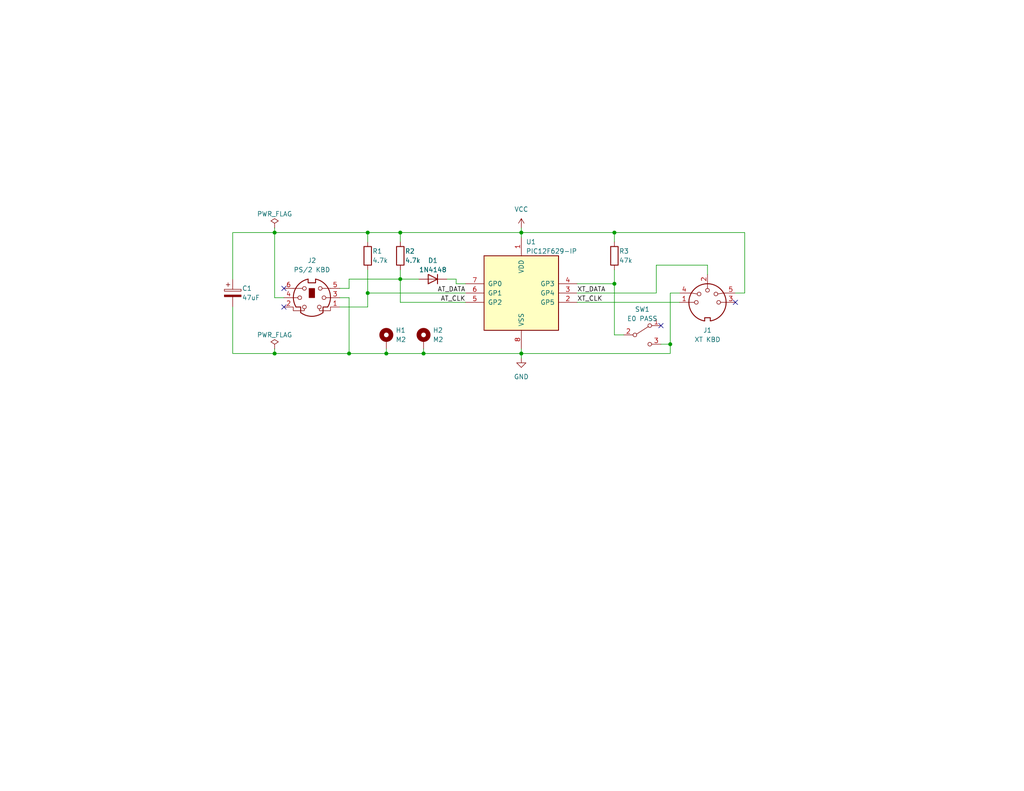
<source format=kicad_sch>
(kicad_sch (version 20211123) (generator eeschema)

  (uuid e63e39d7-6ac0-4ffd-8aa3-1841a4541b55)

  (paper "USLetter")

  (title_block
    (title "PS/2 to XT Keyboard Converter")
    (date "2025-12-01")
    (company "Sergey Kiselev")
    (comment 1 "Based on work of Charles P. Guzis")
  )

  (lib_symbols
    (symbol "Connector:DIN-5_180degree" (pin_names (offset 1.016)) (in_bom yes) (on_board yes)
      (property "Reference" "J" (id 0) (at 3.175 5.715 0)
        (effects (font (size 1.27 1.27)))
      )
      (property "Value" "DIN-5_180degree" (id 1) (at 0 -6.35 0)
        (effects (font (size 1.27 1.27)))
      )
      (property "Footprint" "" (id 2) (at 0 0 0)
        (effects (font (size 1.27 1.27)) hide)
      )
      (property "Datasheet" "http://www.mouser.com/ds/2/18/40_c091_abd_e-75918.pdf" (id 3) (at 0 0 0)
        (effects (font (size 1.27 1.27)) hide)
      )
      (property "ki_keywords" "circular DIN connector stereo audio" (id 4) (at 0 0 0)
        (effects (font (size 1.27 1.27)) hide)
      )
      (property "ki_description" "5-pin DIN connector (5-pin DIN-5 stereo)" (id 5) (at 0 0 0)
        (effects (font (size 1.27 1.27)) hide)
      )
      (property "ki_fp_filters" "DIN*" (id 6) (at 0 0 0)
        (effects (font (size 1.27 1.27)) hide)
      )
      (symbol "DIN-5_180degree_0_1"
        (arc (start -5.08 0) (mid -3.8597 -3.3379) (end -0.762 -5.08)
          (stroke (width 0.254) (type default) (color 0 0 0 0))
          (fill (type none))
        )
        (circle (center -3.048 0) (radius 0.508)
          (stroke (width 0) (type default) (color 0 0 0 0))
          (fill (type none))
        )
        (circle (center -2.286 2.286) (radius 0.508)
          (stroke (width 0) (type default) (color 0 0 0 0))
          (fill (type none))
        )
        (polyline
          (pts
            (xy -5.08 0)
            (xy -3.556 0)
          )
          (stroke (width 0) (type default) (color 0 0 0 0))
          (fill (type none))
        )
        (polyline
          (pts
            (xy 0 5.08)
            (xy 0 3.81)
          )
          (stroke (width 0) (type default) (color 0 0 0 0))
          (fill (type none))
        )
        (polyline
          (pts
            (xy 5.08 0)
            (xy 3.556 0)
          )
          (stroke (width 0) (type default) (color 0 0 0 0))
          (fill (type none))
        )
        (polyline
          (pts
            (xy -5.08 2.54)
            (xy -4.318 2.54)
            (xy -2.794 2.286)
          )
          (stroke (width 0) (type default) (color 0 0 0 0))
          (fill (type none))
        )
        (polyline
          (pts
            (xy 5.08 2.54)
            (xy 4.318 2.54)
            (xy 2.794 2.286)
          )
          (stroke (width 0) (type default) (color 0 0 0 0))
          (fill (type none))
        )
        (polyline
          (pts
            (xy -0.762 -4.953)
            (xy -0.762 -4.191)
            (xy 0.762 -4.191)
            (xy 0.762 -4.953)
          )
          (stroke (width 0.254) (type default) (color 0 0 0 0))
          (fill (type none))
        )
        (circle (center 0 3.302) (radius 0.508)
          (stroke (width 0) (type default) (color 0 0 0 0))
          (fill (type none))
        )
        (arc (start 0.762 -5.08) (mid 3.8673 -3.3444) (end 5.08 0)
          (stroke (width 0.254) (type default) (color 0 0 0 0))
          (fill (type none))
        )
        (circle (center 2.286 2.286) (radius 0.508)
          (stroke (width 0) (type default) (color 0 0 0 0))
          (fill (type none))
        )
        (circle (center 3.048 0) (radius 0.508)
          (stroke (width 0) (type default) (color 0 0 0 0))
          (fill (type none))
        )
        (arc (start 5.08 0) (mid 0 5.08) (end -5.08 0)
          (stroke (width 0.254) (type default) (color 0 0 0 0))
          (fill (type none))
        )
      )
      (symbol "DIN-5_180degree_1_1"
        (pin passive line (at -7.62 0 0) (length 2.54)
          (name "~" (effects (font (size 1.27 1.27))))
          (number "1" (effects (font (size 1.27 1.27))))
        )
        (pin passive line (at 0 7.62 270) (length 2.54)
          (name "~" (effects (font (size 1.27 1.27))))
          (number "2" (effects (font (size 1.27 1.27))))
        )
        (pin passive line (at 7.62 0 180) (length 2.54)
          (name "~" (effects (font (size 1.27 1.27))))
          (number "3" (effects (font (size 1.27 1.27))))
        )
        (pin passive line (at -7.62 2.54 0) (length 2.54)
          (name "~" (effects (font (size 1.27 1.27))))
          (number "4" (effects (font (size 1.27 1.27))))
        )
        (pin passive line (at 7.62 2.54 180) (length 2.54)
          (name "~" (effects (font (size 1.27 1.27))))
          (number "5" (effects (font (size 1.27 1.27))))
        )
      )
    )
    (symbol "Connector:Mini-DIN-6" (pin_names (offset 1.016)) (in_bom yes) (on_board yes)
      (property "Reference" "J" (id 0) (at 0 6.35 0)
        (effects (font (size 1.27 1.27)))
      )
      (property "Value" "Mini-DIN-6" (id 1) (at 0 -6.35 0)
        (effects (font (size 1.27 1.27)))
      )
      (property "Footprint" "" (id 2) (at 0 0 0)
        (effects (font (size 1.27 1.27)) hide)
      )
      (property "Datasheet" "http://service.powerdynamics.com/ec/Catalog17/Section%2011.pdf" (id 3) (at 0 0 0)
        (effects (font (size 1.27 1.27)) hide)
      )
      (property "ki_keywords" "Mini-DIN" (id 4) (at 0 0 0)
        (effects (font (size 1.27 1.27)) hide)
      )
      (property "ki_description" "6-pin Mini-DIN connector" (id 5) (at 0 0 0)
        (effects (font (size 1.27 1.27)) hide)
      )
      (property "ki_fp_filters" "MINI?DIN*" (id 6) (at 0 0 0)
        (effects (font (size 1.27 1.27)) hide)
      )
      (symbol "Mini-DIN-6_0_1"
        (circle (center -3.302 0) (radius 0.508)
          (stroke (width 0) (type default) (color 0 0 0 0))
          (fill (type none))
        )
        (arc (start -3.048 -4.064) (mid 0 -5.08) (end 3.048 -4.064)
          (stroke (width 0.254) (type default) (color 0 0 0 0))
          (fill (type none))
        )
        (circle (center -2.032 -2.54) (radius 0.508)
          (stroke (width 0) (type default) (color 0 0 0 0))
          (fill (type none))
        )
        (circle (center -2.032 2.54) (radius 0.508)
          (stroke (width 0) (type default) (color 0 0 0 0))
          (fill (type none))
        )
        (arc (start -1.016 5.08) (mid -4.6243 2.1182) (end -4.318 -2.54)
          (stroke (width 0.254) (type default) (color 0 0 0 0))
          (fill (type none))
        )
        (rectangle (start -0.762 2.54) (end 0.762 0)
          (stroke (width 0) (type default) (color 0 0 0 0))
          (fill (type outline))
        )
        (polyline
          (pts
            (xy -3.81 0)
            (xy -5.08 0)
          )
          (stroke (width 0) (type default) (color 0 0 0 0))
          (fill (type none))
        )
        (polyline
          (pts
            (xy -2.54 2.54)
            (xy -5.08 2.54)
          )
          (stroke (width 0) (type default) (color 0 0 0 0))
          (fill (type none))
        )
        (polyline
          (pts
            (xy 2.794 2.54)
            (xy 5.08 2.54)
          )
          (stroke (width 0) (type default) (color 0 0 0 0))
          (fill (type none))
        )
        (polyline
          (pts
            (xy 5.08 0)
            (xy 3.81 0)
          )
          (stroke (width 0) (type default) (color 0 0 0 0))
          (fill (type none))
        )
        (polyline
          (pts
            (xy -4.318 -2.54)
            (xy -3.048 -2.54)
            (xy -3.048 -4.064)
          )
          (stroke (width 0.254) (type default) (color 0 0 0 0))
          (fill (type none))
        )
        (polyline
          (pts
            (xy 4.318 -2.54)
            (xy 3.048 -2.54)
            (xy 3.048 -4.064)
          )
          (stroke (width 0.254) (type default) (color 0 0 0 0))
          (fill (type none))
        )
        (polyline
          (pts
            (xy -2.032 -3.048)
            (xy -2.032 -3.556)
            (xy -5.08 -3.556)
            (xy -5.08 -2.54)
          )
          (stroke (width 0) (type default) (color 0 0 0 0))
          (fill (type none))
        )
        (polyline
          (pts
            (xy -1.016 5.08)
            (xy -1.016 4.064)
            (xy 1.016 4.064)
            (xy 1.016 5.08)
          )
          (stroke (width 0.254) (type default) (color 0 0 0 0))
          (fill (type none))
        )
        (polyline
          (pts
            (xy 2.032 -3.048)
            (xy 2.032 -3.556)
            (xy 5.08 -3.556)
            (xy 5.08 -2.54)
          )
          (stroke (width 0) (type default) (color 0 0 0 0))
          (fill (type none))
        )
        (circle (center 2.032 -2.54) (radius 0.508)
          (stroke (width 0) (type default) (color 0 0 0 0))
          (fill (type none))
        )
        (circle (center 2.286 2.54) (radius 0.508)
          (stroke (width 0) (type default) (color 0 0 0 0))
          (fill (type none))
        )
        (circle (center 3.302 0) (radius 0.508)
          (stroke (width 0) (type default) (color 0 0 0 0))
          (fill (type none))
        )
        (arc (start 4.318 -2.54) (mid 4.6646 2.1357) (end 1.016 5.08)
          (stroke (width 0.254) (type default) (color 0 0 0 0))
          (fill (type none))
        )
      )
      (symbol "Mini-DIN-6_1_1"
        (pin passive line (at 7.62 -2.54 180) (length 2.54)
          (name "~" (effects (font (size 1.27 1.27))))
          (number "1" (effects (font (size 1.27 1.27))))
        )
        (pin passive line (at -7.62 -2.54 0) (length 2.54)
          (name "~" (effects (font (size 1.27 1.27))))
          (number "2" (effects (font (size 1.27 1.27))))
        )
        (pin passive line (at 7.62 0 180) (length 2.54)
          (name "~" (effects (font (size 1.27 1.27))))
          (number "3" (effects (font (size 1.27 1.27))))
        )
        (pin passive line (at -7.62 0 0) (length 2.54)
          (name "~" (effects (font (size 1.27 1.27))))
          (number "4" (effects (font (size 1.27 1.27))))
        )
        (pin passive line (at 7.62 2.54 180) (length 2.54)
          (name "~" (effects (font (size 1.27 1.27))))
          (number "5" (effects (font (size 1.27 1.27))))
        )
        (pin passive line (at -7.62 2.54 0) (length 2.54)
          (name "~" (effects (font (size 1.27 1.27))))
          (number "6" (effects (font (size 1.27 1.27))))
        )
      )
    )
    (symbol "Device:C_Polarized" (pin_numbers hide) (pin_names (offset 0.254)) (in_bom yes) (on_board yes)
      (property "Reference" "C" (id 0) (at 0.635 2.54 0)
        (effects (font (size 1.27 1.27)) (justify left))
      )
      (property "Value" "C_Polarized" (id 1) (at 0.635 -2.54 0)
        (effects (font (size 1.27 1.27)) (justify left))
      )
      (property "Footprint" "" (id 2) (at 0.9652 -3.81 0)
        (effects (font (size 1.27 1.27)) hide)
      )
      (property "Datasheet" "~" (id 3) (at 0 0 0)
        (effects (font (size 1.27 1.27)) hide)
      )
      (property "ki_keywords" "cap capacitor" (id 4) (at 0 0 0)
        (effects (font (size 1.27 1.27)) hide)
      )
      (property "ki_description" "Polarized capacitor" (id 5) (at 0 0 0)
        (effects (font (size 1.27 1.27)) hide)
      )
      (property "ki_fp_filters" "CP_*" (id 6) (at 0 0 0)
        (effects (font (size 1.27 1.27)) hide)
      )
      (symbol "C_Polarized_0_1"
        (rectangle (start -2.286 0.508) (end 2.286 1.016)
          (stroke (width 0) (type default) (color 0 0 0 0))
          (fill (type none))
        )
        (polyline
          (pts
            (xy -1.778 2.286)
            (xy -0.762 2.286)
          )
          (stroke (width 0) (type default) (color 0 0 0 0))
          (fill (type none))
        )
        (polyline
          (pts
            (xy -1.27 2.794)
            (xy -1.27 1.778)
          )
          (stroke (width 0) (type default) (color 0 0 0 0))
          (fill (type none))
        )
        (rectangle (start 2.286 -0.508) (end -2.286 -1.016)
          (stroke (width 0) (type default) (color 0 0 0 0))
          (fill (type outline))
        )
      )
      (symbol "C_Polarized_1_1"
        (pin passive line (at 0 3.81 270) (length 2.794)
          (name "~" (effects (font (size 1.27 1.27))))
          (number "1" (effects (font (size 1.27 1.27))))
        )
        (pin passive line (at 0 -3.81 90) (length 2.794)
          (name "~" (effects (font (size 1.27 1.27))))
          (number "2" (effects (font (size 1.27 1.27))))
        )
      )
    )
    (symbol "Device:R" (pin_numbers hide) (pin_names (offset 0)) (in_bom yes) (on_board yes)
      (property "Reference" "R" (id 0) (at 2.032 0 90)
        (effects (font (size 1.27 1.27)))
      )
      (property "Value" "R" (id 1) (at 0 0 90)
        (effects (font (size 1.27 1.27)))
      )
      (property "Footprint" "" (id 2) (at -1.778 0 90)
        (effects (font (size 1.27 1.27)) hide)
      )
      (property "Datasheet" "~" (id 3) (at 0 0 0)
        (effects (font (size 1.27 1.27)) hide)
      )
      (property "ki_keywords" "R res resistor" (id 4) (at 0 0 0)
        (effects (font (size 1.27 1.27)) hide)
      )
      (property "ki_description" "Resistor" (id 5) (at 0 0 0)
        (effects (font (size 1.27 1.27)) hide)
      )
      (property "ki_fp_filters" "R_*" (id 6) (at 0 0 0)
        (effects (font (size 1.27 1.27)) hide)
      )
      (symbol "R_0_1"
        (rectangle (start -1.016 -2.54) (end 1.016 2.54)
          (stroke (width 0.254) (type default) (color 0 0 0 0))
          (fill (type none))
        )
      )
      (symbol "R_1_1"
        (pin passive line (at 0 3.81 270) (length 1.27)
          (name "~" (effects (font (size 1.27 1.27))))
          (number "1" (effects (font (size 1.27 1.27))))
        )
        (pin passive line (at 0 -3.81 90) (length 1.27)
          (name "~" (effects (font (size 1.27 1.27))))
          (number "2" (effects (font (size 1.27 1.27))))
        )
      )
    )
    (symbol "Diode:1N4148" (pin_numbers hide) (pin_names (offset 1.016) hide) (in_bom yes) (on_board yes)
      (property "Reference" "D" (id 0) (at 0 2.54 0)
        (effects (font (size 1.27 1.27)))
      )
      (property "Value" "1N4148" (id 1) (at 0 -2.54 0)
        (effects (font (size 1.27 1.27)))
      )
      (property "Footprint" "Diode_THT:D_DO-35_SOD27_P7.62mm_Horizontal" (id 2) (at 0 -4.445 0)
        (effects (font (size 1.27 1.27)) hide)
      )
      (property "Datasheet" "https://assets.nexperia.com/documents/data-sheet/1N4148_1N4448.pdf" (id 3) (at 0 0 0)
        (effects (font (size 1.27 1.27)) hide)
      )
      (property "ki_keywords" "diode" (id 4) (at 0 0 0)
        (effects (font (size 1.27 1.27)) hide)
      )
      (property "ki_description" "100V 0.15A standard switching diode, DO-35" (id 5) (at 0 0 0)
        (effects (font (size 1.27 1.27)) hide)
      )
      (property "ki_fp_filters" "D*DO?35*" (id 6) (at 0 0 0)
        (effects (font (size 1.27 1.27)) hide)
      )
      (symbol "1N4148_0_1"
        (polyline
          (pts
            (xy -1.27 1.27)
            (xy -1.27 -1.27)
          )
          (stroke (width 0.254) (type default) (color 0 0 0 0))
          (fill (type none))
        )
        (polyline
          (pts
            (xy 1.27 0)
            (xy -1.27 0)
          )
          (stroke (width 0) (type default) (color 0 0 0 0))
          (fill (type none))
        )
        (polyline
          (pts
            (xy 1.27 1.27)
            (xy 1.27 -1.27)
            (xy -1.27 0)
            (xy 1.27 1.27)
          )
          (stroke (width 0.254) (type default) (color 0 0 0 0))
          (fill (type none))
        )
      )
      (symbol "1N4148_1_1"
        (pin passive line (at -3.81 0 0) (length 2.54)
          (name "K" (effects (font (size 1.27 1.27))))
          (number "1" (effects (font (size 1.27 1.27))))
        )
        (pin passive line (at 3.81 0 180) (length 2.54)
          (name "A" (effects (font (size 1.27 1.27))))
          (number "2" (effects (font (size 1.27 1.27))))
        )
      )
    )
    (symbol "MCU_Microchip_PIC12:PIC12F629-IP" (pin_names (offset 1.016)) (in_bom yes) (on_board yes)
      (property "Reference" "U" (id 0) (at 1.27 13.97 0)
        (effects (font (size 1.27 1.27)) (justify left))
      )
      (property "Value" "PIC12F629-IP" (id 1) (at 1.27 11.43 0)
        (effects (font (size 1.27 1.27)) (justify left))
      )
      (property "Footprint" "Package_DIP:DIP-8_W7.62mm" (id 2) (at 15.24 16.51 0)
        (effects (font (size 1.27 1.27)) hide)
      )
      (property "Datasheet" "http://ww1.microchip.com/downloads/en/DeviceDoc/41190G.pdf" (id 3) (at 0 0 0)
        (effects (font (size 1.27 1.27)) hide)
      )
      (property "ki_keywords" "FLASH-Based 8-Bit CMOS Microcontroller" (id 4) (at 0 0 0)
        (effects (font (size 1.27 1.27)) hide)
      )
      (property "ki_description" "1024W Flash, 64B SRAM, 128B EEPROM, PDIP8" (id 5) (at 0 0 0)
        (effects (font (size 1.27 1.27)) hide)
      )
      (property "ki_fp_filters" "DIP*W7.62mm*" (id 6) (at 0 0 0)
        (effects (font (size 1.27 1.27)) hide)
      )
      (symbol "PIC12F629-IP_0_1"
        (rectangle (start 10.16 -10.16) (end -10.16 10.16)
          (stroke (width 0.254) (type default) (color 0 0 0 0))
          (fill (type background))
        )
      )
      (symbol "PIC12F629-IP_1_1"
        (pin power_in line (at 0 15.24 270) (length 5.08)
          (name "VDD" (effects (font (size 1.27 1.27))))
          (number "1" (effects (font (size 1.27 1.27))))
        )
        (pin bidirectional line (at 15.24 -2.54 180) (length 5.08)
          (name "GP5" (effects (font (size 1.27 1.27))))
          (number "2" (effects (font (size 1.27 1.27))))
        )
        (pin bidirectional line (at 15.24 0 180) (length 5.08)
          (name "GP4" (effects (font (size 1.27 1.27))))
          (number "3" (effects (font (size 1.27 1.27))))
        )
        (pin input line (at 15.24 2.54 180) (length 5.08)
          (name "GP3" (effects (font (size 1.27 1.27))))
          (number "4" (effects (font (size 1.27 1.27))))
        )
        (pin bidirectional line (at -15.24 -2.54 0) (length 5.08)
          (name "GP2" (effects (font (size 1.27 1.27))))
          (number "5" (effects (font (size 1.27 1.27))))
        )
        (pin bidirectional line (at -15.24 0 0) (length 5.08)
          (name "GP1" (effects (font (size 1.27 1.27))))
          (number "6" (effects (font (size 1.27 1.27))))
        )
        (pin bidirectional line (at -15.24 2.54 0) (length 5.08)
          (name "GP0" (effects (font (size 1.27 1.27))))
          (number "7" (effects (font (size 1.27 1.27))))
        )
        (pin power_in line (at 0 -15.24 90) (length 5.08)
          (name "VSS" (effects (font (size 1.27 1.27))))
          (number "8" (effects (font (size 1.27 1.27))))
        )
      )
    )
    (symbol "Mechanical:MountingHole_Pad" (pin_numbers hide) (pin_names (offset 1.016) hide) (in_bom yes) (on_board yes)
      (property "Reference" "H" (id 0) (at 0 6.35 0)
        (effects (font (size 1.27 1.27)))
      )
      (property "Value" "MountingHole_Pad" (id 1) (at 0 4.445 0)
        (effects (font (size 1.27 1.27)))
      )
      (property "Footprint" "" (id 2) (at 0 0 0)
        (effects (font (size 1.27 1.27)) hide)
      )
      (property "Datasheet" "~" (id 3) (at 0 0 0)
        (effects (font (size 1.27 1.27)) hide)
      )
      (property "ki_keywords" "mounting hole" (id 4) (at 0 0 0)
        (effects (font (size 1.27 1.27)) hide)
      )
      (property "ki_description" "Mounting Hole with connection" (id 5) (at 0 0 0)
        (effects (font (size 1.27 1.27)) hide)
      )
      (property "ki_fp_filters" "MountingHole*Pad*" (id 6) (at 0 0 0)
        (effects (font (size 1.27 1.27)) hide)
      )
      (symbol "MountingHole_Pad_0_1"
        (circle (center 0 1.27) (radius 1.27)
          (stroke (width 1.27) (type default) (color 0 0 0 0))
          (fill (type none))
        )
      )
      (symbol "MountingHole_Pad_1_1"
        (pin input line (at 0 -2.54 90) (length 2.54)
          (name "1" (effects (font (size 1.27 1.27))))
          (number "1" (effects (font (size 1.27 1.27))))
        )
      )
    )
    (symbol "Switch:SW_SPDT" (pin_names (offset 0) hide) (in_bom yes) (on_board yes)
      (property "Reference" "SW" (id 0) (at 0 4.318 0)
        (effects (font (size 1.27 1.27)))
      )
      (property "Value" "SW_SPDT" (id 1) (at 0 -5.08 0)
        (effects (font (size 1.27 1.27)))
      )
      (property "Footprint" "" (id 2) (at 0 0 0)
        (effects (font (size 1.27 1.27)) hide)
      )
      (property "Datasheet" "~" (id 3) (at 0 0 0)
        (effects (font (size 1.27 1.27)) hide)
      )
      (property "ki_keywords" "switch single-pole double-throw spdt ON-ON" (id 4) (at 0 0 0)
        (effects (font (size 1.27 1.27)) hide)
      )
      (property "ki_description" "Switch, single pole double throw" (id 5) (at 0 0 0)
        (effects (font (size 1.27 1.27)) hide)
      )
      (symbol "SW_SPDT_0_0"
        (circle (center -2.032 0) (radius 0.508)
          (stroke (width 0) (type default) (color 0 0 0 0))
          (fill (type none))
        )
        (circle (center 2.032 -2.54) (radius 0.508)
          (stroke (width 0) (type default) (color 0 0 0 0))
          (fill (type none))
        )
      )
      (symbol "SW_SPDT_0_1"
        (polyline
          (pts
            (xy -1.524 0.254)
            (xy 1.651 2.286)
          )
          (stroke (width 0) (type default) (color 0 0 0 0))
          (fill (type none))
        )
        (circle (center 2.032 2.54) (radius 0.508)
          (stroke (width 0) (type default) (color 0 0 0 0))
          (fill (type none))
        )
      )
      (symbol "SW_SPDT_1_1"
        (pin passive line (at 5.08 2.54 180) (length 2.54)
          (name "A" (effects (font (size 1.27 1.27))))
          (number "1" (effects (font (size 1.27 1.27))))
        )
        (pin passive line (at -5.08 0 0) (length 2.54)
          (name "B" (effects (font (size 1.27 1.27))))
          (number "2" (effects (font (size 1.27 1.27))))
        )
        (pin passive line (at 5.08 -2.54 180) (length 2.54)
          (name "C" (effects (font (size 1.27 1.27))))
          (number "3" (effects (font (size 1.27 1.27))))
        )
      )
    )
    (symbol "power:GND" (power) (pin_names (offset 0)) (in_bom yes) (on_board yes)
      (property "Reference" "#PWR" (id 0) (at 0 -6.35 0)
        (effects (font (size 1.27 1.27)) hide)
      )
      (property "Value" "GND" (id 1) (at 0 -3.81 0)
        (effects (font (size 1.27 1.27)))
      )
      (property "Footprint" "" (id 2) (at 0 0 0)
        (effects (font (size 1.27 1.27)) hide)
      )
      (property "Datasheet" "" (id 3) (at 0 0 0)
        (effects (font (size 1.27 1.27)) hide)
      )
      (property "ki_keywords" "power-flag" (id 4) (at 0 0 0)
        (effects (font (size 1.27 1.27)) hide)
      )
      (property "ki_description" "Power symbol creates a global label with name \"GND\" , ground" (id 5) (at 0 0 0)
        (effects (font (size 1.27 1.27)) hide)
      )
      (symbol "GND_0_1"
        (polyline
          (pts
            (xy 0 0)
            (xy 0 -1.27)
            (xy 1.27 -1.27)
            (xy 0 -2.54)
            (xy -1.27 -1.27)
            (xy 0 -1.27)
          )
          (stroke (width 0) (type default) (color 0 0 0 0))
          (fill (type none))
        )
      )
      (symbol "GND_1_1"
        (pin power_in line (at 0 0 270) (length 0) hide
          (name "GND" (effects (font (size 1.27 1.27))))
          (number "1" (effects (font (size 1.27 1.27))))
        )
      )
    )
    (symbol "power:PWR_FLAG" (power) (pin_numbers hide) (pin_names (offset 0) hide) (in_bom yes) (on_board yes)
      (property "Reference" "#FLG" (id 0) (at 0 1.905 0)
        (effects (font (size 1.27 1.27)) hide)
      )
      (property "Value" "PWR_FLAG" (id 1) (at 0 3.81 0)
        (effects (font (size 1.27 1.27)))
      )
      (property "Footprint" "" (id 2) (at 0 0 0)
        (effects (font (size 1.27 1.27)) hide)
      )
      (property "Datasheet" "~" (id 3) (at 0 0 0)
        (effects (font (size 1.27 1.27)) hide)
      )
      (property "ki_keywords" "power-flag" (id 4) (at 0 0 0)
        (effects (font (size 1.27 1.27)) hide)
      )
      (property "ki_description" "Special symbol for telling ERC where power comes from" (id 5) (at 0 0 0)
        (effects (font (size 1.27 1.27)) hide)
      )
      (symbol "PWR_FLAG_0_0"
        (pin power_out line (at 0 0 90) (length 0)
          (name "pwr" (effects (font (size 1.27 1.27))))
          (number "1" (effects (font (size 1.27 1.27))))
        )
      )
      (symbol "PWR_FLAG_0_1"
        (polyline
          (pts
            (xy 0 0)
            (xy 0 1.27)
            (xy -1.016 1.905)
            (xy 0 2.54)
            (xy 1.016 1.905)
            (xy 0 1.27)
          )
          (stroke (width 0) (type default) (color 0 0 0 0))
          (fill (type none))
        )
      )
    )
    (symbol "power:VCC" (power) (pin_names (offset 0)) (in_bom yes) (on_board yes)
      (property "Reference" "#PWR" (id 0) (at 0 -3.81 0)
        (effects (font (size 1.27 1.27)) hide)
      )
      (property "Value" "VCC" (id 1) (at 0 3.81 0)
        (effects (font (size 1.27 1.27)))
      )
      (property "Footprint" "" (id 2) (at 0 0 0)
        (effects (font (size 1.27 1.27)) hide)
      )
      (property "Datasheet" "" (id 3) (at 0 0 0)
        (effects (font (size 1.27 1.27)) hide)
      )
      (property "ki_keywords" "power-flag" (id 4) (at 0 0 0)
        (effects (font (size 1.27 1.27)) hide)
      )
      (property "ki_description" "Power symbol creates a global label with name \"VCC\"" (id 5) (at 0 0 0)
        (effects (font (size 1.27 1.27)) hide)
      )
      (symbol "VCC_0_1"
        (polyline
          (pts
            (xy -0.762 1.27)
            (xy 0 2.54)
          )
          (stroke (width 0) (type default) (color 0 0 0 0))
          (fill (type none))
        )
        (polyline
          (pts
            (xy 0 0)
            (xy 0 2.54)
          )
          (stroke (width 0) (type default) (color 0 0 0 0))
          (fill (type none))
        )
        (polyline
          (pts
            (xy 0 2.54)
            (xy 0.762 1.27)
          )
          (stroke (width 0) (type default) (color 0 0 0 0))
          (fill (type none))
        )
      )
      (symbol "VCC_1_1"
        (pin power_in line (at 0 0 90) (length 0) hide
          (name "VCC" (effects (font (size 1.27 1.27))))
          (number "1" (effects (font (size 1.27 1.27))))
        )
      )
    )
  )

  (junction (at 74.93 63.5) (diameter 0) (color 0 0 0 0)
    (uuid 0b21732e-3a11-4bf9-b30e-749c58562a93)
  )
  (junction (at 142.24 96.52) (diameter 0) (color 0 0 0 0)
    (uuid 246fb2cd-acce-4b8d-9a18-c578d298cbff)
  )
  (junction (at 167.64 77.47) (diameter 0) (color 0 0 0 0)
    (uuid 28c6696a-ec54-4fd8-87ea-d66596e0dbf6)
  )
  (junction (at 115.57 96.52) (diameter 0) (color 0 0 0 0)
    (uuid 42bd1dab-7036-42ee-a74f-2c8e05805ad2)
  )
  (junction (at 167.64 63.5) (diameter 0) (color 0 0 0 0)
    (uuid 4c986df6-c42c-40eb-98ca-8c60a6f6cc46)
  )
  (junction (at 74.93 96.52) (diameter 0) (color 0 0 0 0)
    (uuid 53125dd2-7242-4fc2-9835-052af2d0d466)
  )
  (junction (at 105.41 96.52) (diameter 0) (color 0 0 0 0)
    (uuid 8a1cb90e-b7b7-425f-9ef8-b9bb24696a2d)
  )
  (junction (at 142.24 63.5) (diameter 0) (color 0 0 0 0)
    (uuid a0cc08f3-3958-4841-bbd7-df4c9893db1f)
  )
  (junction (at 182.88 93.98) (diameter 0) (color 0 0 0 0)
    (uuid a195eceb-90a8-4aa0-9b3e-43f2a7bb898b)
  )
  (junction (at 100.33 63.5) (diameter 0) (color 0 0 0 0)
    (uuid c5cc08a3-684a-4ac2-a74b-7a75aee53646)
  )
  (junction (at 100.33 80.01) (diameter 0) (color 0 0 0 0)
    (uuid c949842d-e051-404c-a7f4-e740dde36471)
  )
  (junction (at 109.22 63.5) (diameter 0) (color 0 0 0 0)
    (uuid c9e3b7b8-359d-4d73-b998-f397d4c442d9)
  )
  (junction (at 109.22 76.2) (diameter 0) (color 0 0 0 0)
    (uuid d8ff140c-d0d6-4794-8390-960c8ef6c88d)
  )
  (junction (at 95.25 96.52) (diameter 0) (color 0 0 0 0)
    (uuid da3e3a23-972c-437f-a88b-cbec820cf53b)
  )

  (no_connect (at 200.66 82.55) (uuid 51a4b9a8-827c-48d2-94cf-b25ecbdc375d))
  (no_connect (at 180.34 88.9) (uuid ac16482e-aa18-439e-9482-c90296863d01))
  (no_connect (at 77.47 83.82) (uuid f96dc05e-253d-442a-ac83-ba5abf06ffc5))
  (no_connect (at 77.47 78.74) (uuid f96dc05e-253d-442a-ac83-ba5abf06ffc6))

  (wire (pts (xy 142.24 96.52) (xy 142.24 97.79))
    (stroke (width 0) (type default) (color 0 0 0 0))
    (uuid 0b275dd2-4165-4d70-b96f-510bd8df5386)
  )
  (wire (pts (xy 157.48 77.47) (xy 167.64 77.47))
    (stroke (width 0) (type default) (color 0 0 0 0))
    (uuid 0d0eac4c-155f-4298-9fe6-e32e7137f7cf)
  )
  (wire (pts (xy 182.88 93.98) (xy 182.88 96.52))
    (stroke (width 0) (type default) (color 0 0 0 0))
    (uuid 0d1dc76f-2fbf-43c7-a961-9016223bca31)
  )
  (wire (pts (xy 74.93 62.23) (xy 74.93 63.5))
    (stroke (width 0) (type default) (color 0 0 0 0))
    (uuid 13938a4c-b15d-41e0-aae2-75c0250ccdc0)
  )
  (wire (pts (xy 193.04 72.39) (xy 193.04 74.93))
    (stroke (width 0) (type default) (color 0 0 0 0))
    (uuid 198fe0ca-f822-4119-b07c-6f4adf3e6f1b)
  )
  (wire (pts (xy 109.22 73.66) (xy 109.22 76.2))
    (stroke (width 0) (type default) (color 0 0 0 0))
    (uuid 1b8e23db-0a5c-4d7c-89ca-2472fc3536c8)
  )
  (wire (pts (xy 167.64 63.5) (xy 142.24 63.5))
    (stroke (width 0) (type default) (color 0 0 0 0))
    (uuid 1d4678c3-2671-4ed5-845c-4f1b6ad9db59)
  )
  (wire (pts (xy 127 82.55) (xy 109.22 82.55))
    (stroke (width 0) (type default) (color 0 0 0 0))
    (uuid 1e9ccd1b-ca08-4f36-8186-4ef337ae68f3)
  )
  (wire (pts (xy 180.34 93.98) (xy 182.88 93.98))
    (stroke (width 0) (type default) (color 0 0 0 0))
    (uuid 27b3546a-95dd-4312-912e-04c0a1d4ef02)
  )
  (wire (pts (xy 142.24 95.25) (xy 142.24 96.52))
    (stroke (width 0) (type default) (color 0 0 0 0))
    (uuid 281a9c93-5246-4315-8437-9cfafec0f08a)
  )
  (wire (pts (xy 167.64 63.5) (xy 167.64 66.04))
    (stroke (width 0) (type default) (color 0 0 0 0))
    (uuid 2d3e4577-1a9f-430f-8c69-97d794676ee6)
  )
  (wire (pts (xy 92.71 83.82) (xy 100.33 83.82))
    (stroke (width 0) (type default) (color 0 0 0 0))
    (uuid 350f30ae-a428-43dd-a6e6-000738ea3f94)
  )
  (wire (pts (xy 124.46 76.2) (xy 121.92 76.2))
    (stroke (width 0) (type default) (color 0 0 0 0))
    (uuid 3c188856-9587-4c50-8863-97b4882ab4c0)
  )
  (wire (pts (xy 74.93 96.52) (xy 63.5 96.52))
    (stroke (width 0) (type default) (color 0 0 0 0))
    (uuid 41bfc214-e3b8-4fd6-baa7-20dce3887594)
  )
  (wire (pts (xy 142.24 96.52) (xy 115.57 96.52))
    (stroke (width 0) (type default) (color 0 0 0 0))
    (uuid 4908519f-41d3-479a-970a-4b4ced9668e1)
  )
  (wire (pts (xy 157.48 82.55) (xy 185.42 82.55))
    (stroke (width 0) (type default) (color 0 0 0 0))
    (uuid 4a91c2c7-ed6f-4556-be27-e437de4925e4)
  )
  (wire (pts (xy 167.64 77.47) (xy 167.64 91.44))
    (stroke (width 0) (type default) (color 0 0 0 0))
    (uuid 4d21407a-e2e1-4c59-ba95-e7b3fbdb314b)
  )
  (wire (pts (xy 115.57 95.25) (xy 115.57 96.52))
    (stroke (width 0) (type default) (color 0 0 0 0))
    (uuid 508cde94-ace2-4fe3-8266-6ae24572317d)
  )
  (wire (pts (xy 100.33 73.66) (xy 100.33 80.01))
    (stroke (width 0) (type default) (color 0 0 0 0))
    (uuid 53442f9d-d552-4420-98b2-9c645f25dbc7)
  )
  (wire (pts (xy 92.71 81.28) (xy 95.25 81.28))
    (stroke (width 0) (type default) (color 0 0 0 0))
    (uuid 5cb912c3-24ce-41ea-b03d-25ab031afb4f)
  )
  (wire (pts (xy 74.93 63.5) (xy 63.5 63.5))
    (stroke (width 0) (type default) (color 0 0 0 0))
    (uuid 6f926196-eda5-4690-94d9-948f70ff8e44)
  )
  (wire (pts (xy 157.48 80.01) (xy 179.07 80.01))
    (stroke (width 0) (type default) (color 0 0 0 0))
    (uuid 71675cfb-ad80-4192-9146-f45202ef7fe4)
  )
  (wire (pts (xy 124.46 77.47) (xy 124.46 76.2))
    (stroke (width 0) (type default) (color 0 0 0 0))
    (uuid 74ccca53-dc48-4bc0-9ae0-cdfb36da1742)
  )
  (wire (pts (xy 109.22 76.2) (xy 109.22 82.55))
    (stroke (width 0) (type default) (color 0 0 0 0))
    (uuid 75b20c29-b65a-4378-8071-9379a5e68a92)
  )
  (wire (pts (xy 167.64 91.44) (xy 170.18 91.44))
    (stroke (width 0) (type default) (color 0 0 0 0))
    (uuid 7a986863-7589-4d6a-bf4c-2fcf3b91a6b2)
  )
  (wire (pts (xy 127 80.01) (xy 100.33 80.01))
    (stroke (width 0) (type default) (color 0 0 0 0))
    (uuid 7ac202c7-a49a-4ef3-a158-dafdc86991dd)
  )
  (wire (pts (xy 63.5 96.52) (xy 63.5 83.82))
    (stroke (width 0) (type default) (color 0 0 0 0))
    (uuid 8331ae40-82c5-4868-85c1-6621f58b12e4)
  )
  (wire (pts (xy 105.41 95.25) (xy 105.41 96.52))
    (stroke (width 0) (type default) (color 0 0 0 0))
    (uuid 837f28ac-4483-490c-86fb-9b679f535fd3)
  )
  (wire (pts (xy 179.07 80.01) (xy 179.07 72.39))
    (stroke (width 0) (type default) (color 0 0 0 0))
    (uuid 84513fe9-6638-4265-9de5-83416d78161c)
  )
  (wire (pts (xy 95.25 96.52) (xy 74.93 96.52))
    (stroke (width 0) (type default) (color 0 0 0 0))
    (uuid 88af2250-4d9b-447d-b30e-625578d1f3ee)
  )
  (wire (pts (xy 142.24 63.5) (xy 109.22 63.5))
    (stroke (width 0) (type default) (color 0 0 0 0))
    (uuid 91429b36-eb5b-4a89-90b4-b2723bb057b4)
  )
  (wire (pts (xy 74.93 81.28) (xy 77.47 81.28))
    (stroke (width 0) (type default) (color 0 0 0 0))
    (uuid 946e3cf7-9dd1-4124-9b13-67f632fba6ea)
  )
  (wire (pts (xy 109.22 63.5) (xy 100.33 63.5))
    (stroke (width 0) (type default) (color 0 0 0 0))
    (uuid a376510d-b5e7-4bf7-91f4-f7b43a1ef1c3)
  )
  (wire (pts (xy 142.24 62.23) (xy 142.24 63.5))
    (stroke (width 0) (type default) (color 0 0 0 0))
    (uuid a40fcd96-60f7-4bf0-a14b-0b7260ef9b5a)
  )
  (wire (pts (xy 74.93 95.25) (xy 74.93 96.52))
    (stroke (width 0) (type default) (color 0 0 0 0))
    (uuid a61003dc-a49d-4982-8409-35e2e38ba345)
  )
  (wire (pts (xy 182.88 80.01) (xy 182.88 93.98))
    (stroke (width 0) (type default) (color 0 0 0 0))
    (uuid a6392410-a8ef-4157-8201-0eb12a6e65f7)
  )
  (wire (pts (xy 95.25 76.2) (xy 95.25 78.74))
    (stroke (width 0) (type default) (color 0 0 0 0))
    (uuid a9921ed2-1d12-4640-b6fe-32bf9d3adef8)
  )
  (wire (pts (xy 105.41 96.52) (xy 95.25 96.52))
    (stroke (width 0) (type default) (color 0 0 0 0))
    (uuid ab18e1ed-a0d4-4e2a-830d-2393f3ff5d38)
  )
  (wire (pts (xy 203.2 63.5) (xy 167.64 63.5))
    (stroke (width 0) (type default) (color 0 0 0 0))
    (uuid ac7823f2-f069-44c1-ba1c-f478a4a806a8)
  )
  (wire (pts (xy 127 77.47) (xy 124.46 77.47))
    (stroke (width 0) (type default) (color 0 0 0 0))
    (uuid acf534bf-d0b2-4379-a88e-de1d37e45e1a)
  )
  (wire (pts (xy 200.66 80.01) (xy 203.2 80.01))
    (stroke (width 0) (type default) (color 0 0 0 0))
    (uuid b6241bd7-4168-428d-aff1-0b2a670b7991)
  )
  (wire (pts (xy 100.33 63.5) (xy 100.33 66.04))
    (stroke (width 0) (type default) (color 0 0 0 0))
    (uuid b71b5d27-2b42-40b8-b739-ca47fad8db7e)
  )
  (wire (pts (xy 63.5 63.5) (xy 63.5 76.2))
    (stroke (width 0) (type default) (color 0 0 0 0))
    (uuid c1036484-ce9d-4a0a-949f-f2e59789f1f2)
  )
  (wire (pts (xy 95.25 96.52) (xy 95.25 81.28))
    (stroke (width 0) (type default) (color 0 0 0 0))
    (uuid c5881831-775e-4c79-bf80-5b3a0aa26014)
  )
  (wire (pts (xy 95.25 78.74) (xy 92.71 78.74))
    (stroke (width 0) (type default) (color 0 0 0 0))
    (uuid cab0bbe2-1920-4cff-9cc7-0e47e016f2d3)
  )
  (wire (pts (xy 109.22 76.2) (xy 114.3 76.2))
    (stroke (width 0) (type default) (color 0 0 0 0))
    (uuid caeada7a-7c41-4942-ba11-cc69802a949a)
  )
  (wire (pts (xy 179.07 72.39) (xy 193.04 72.39))
    (stroke (width 0) (type default) (color 0 0 0 0))
    (uuid cc59b6eb-5f05-403e-ba25-54bc08713a40)
  )
  (wire (pts (xy 109.22 76.2) (xy 95.25 76.2))
    (stroke (width 0) (type default) (color 0 0 0 0))
    (uuid cf6d73ec-2e0b-4ba7-a04d-6bf71270a5eb)
  )
  (wire (pts (xy 167.64 77.47) (xy 167.64 73.66))
    (stroke (width 0) (type default) (color 0 0 0 0))
    (uuid d910faf9-6994-4443-a570-552b16d88992)
  )
  (wire (pts (xy 100.33 80.01) (xy 100.33 83.82))
    (stroke (width 0) (type default) (color 0 0 0 0))
    (uuid def7f9a8-6bee-41d1-9d2f-94df9ad93253)
  )
  (wire (pts (xy 115.57 96.52) (xy 105.41 96.52))
    (stroke (width 0) (type default) (color 0 0 0 0))
    (uuid e1167ceb-bda1-4453-8502-2e8c5855dcc0)
  )
  (wire (pts (xy 185.42 80.01) (xy 182.88 80.01))
    (stroke (width 0) (type default) (color 0 0 0 0))
    (uuid ea665aac-9784-4956-aa26-020d0a3aa70c)
  )
  (wire (pts (xy 142.24 96.52) (xy 182.88 96.52))
    (stroke (width 0) (type default) (color 0 0 0 0))
    (uuid ea875f86-3495-4312-ad63-ebc8bdade1d1)
  )
  (wire (pts (xy 100.33 63.5) (xy 74.93 63.5))
    (stroke (width 0) (type default) (color 0 0 0 0))
    (uuid eb534f3f-6bff-4b7a-afc7-65399b22a453)
  )
  (wire (pts (xy 142.24 63.5) (xy 142.24 64.77))
    (stroke (width 0) (type default) (color 0 0 0 0))
    (uuid ed15df4e-bd3d-42e4-8965-52d5e06d3436)
  )
  (wire (pts (xy 74.93 63.5) (xy 74.93 81.28))
    (stroke (width 0) (type default) (color 0 0 0 0))
    (uuid f019471e-c452-4dfa-9985-6096d94c86c4)
  )
  (wire (pts (xy 109.22 63.5) (xy 109.22 66.04))
    (stroke (width 0) (type default) (color 0 0 0 0))
    (uuid f10e4d98-350b-465f-9c3b-cabe55abd97e)
  )
  (wire (pts (xy 203.2 80.01) (xy 203.2 63.5))
    (stroke (width 0) (type default) (color 0 0 0 0))
    (uuid f209ddd5-3def-43d6-a9c8-9a34938dc2a9)
  )

  (label "AT_CLK" (at 127 82.55 180)
    (effects (font (size 1.27 1.27)) (justify right bottom))
    (uuid 21b8f3d3-9fc5-4014-ad40-a94a46d67892)
  )
  (label "AT_DATA" (at 127 80.01 180)
    (effects (font (size 1.27 1.27)) (justify right bottom))
    (uuid 43f23364-cdd6-4fde-a8de-fcf51f5681e1)
  )
  (label "XT_DATA" (at 157.48 80.01 0)
    (effects (font (size 1.27 1.27)) (justify left bottom))
    (uuid 91243d06-127d-4e7f-9119-a26e0fd72861)
  )
  (label "XT_CLK" (at 157.48 82.55 0)
    (effects (font (size 1.27 1.27)) (justify left bottom))
    (uuid e159292b-9425-48fd-9f26-a7f942270031)
  )

  (symbol (lib_id "Mechanical:MountingHole_Pad") (at 105.41 92.71 0) (unit 1)
    (in_bom yes) (on_board yes) (fields_autoplaced)
    (uuid 034e2f23-df00-4bb7-bed7-0dcb4a341116)
    (property "Reference" "H1" (id 0) (at 107.95 90.1699 0)
      (effects (font (size 1.27 1.27)) (justify left))
    )
    (property "Value" "M2" (id 1) (at 107.95 92.7099 0)
      (effects (font (size 1.27 1.27)) (justify left))
    )
    (property "Footprint" "MountingHole:MountingHole_2.2mm_M2_Pad" (id 2) (at 105.41 92.71 0)
      (effects (font (size 1.27 1.27)) hide)
    )
    (property "Datasheet" "~" (id 3) (at 105.41 92.71 0)
      (effects (font (size 1.27 1.27)) hide)
    )
    (pin "1" (uuid be79d713-361c-495f-af8d-93cf0d802519))
  )

  (symbol (lib_id "Device:R") (at 167.64 69.85 0) (unit 1)
    (in_bom yes) (on_board yes)
    (uuid 1c0c9f20-1d37-4095-8b0e-f2d163d7dcf4)
    (property "Reference" "R3" (id 0) (at 168.91 68.58 0)
      (effects (font (size 1.27 1.27)) (justify left))
    )
    (property "Value" "47k" (id 1) (at 168.91 71.12 0)
      (effects (font (size 1.27 1.27)) (justify left))
    )
    (property "Footprint" "Resistor_THT:R_Axial_DIN0207_L6.3mm_D2.5mm_P7.62mm_Horizontal" (id 2) (at 165.862 69.85 90)
      (effects (font (size 1.27 1.27)) hide)
    )
    (property "Datasheet" "~" (id 3) (at 167.64 69.85 0)
      (effects (font (size 1.27 1.27)) hide)
    )
    (pin "1" (uuid ed73862d-35c6-4f8b-8e37-9a326c15ad1b))
    (pin "2" (uuid 64c8065c-f88a-45cd-b865-c1e8ae3058ea))
  )

  (symbol (lib_id "Diode:1N4148") (at 118.11 76.2 180) (unit 1)
    (in_bom yes) (on_board yes)
    (uuid 43d4c90f-60e3-4990-a736-ffcf2788225b)
    (property "Reference" "D1" (id 0) (at 118.11 71.12 0))
    (property "Value" "1N4148" (id 1) (at 118.11 73.66 0))
    (property "Footprint" "Diode_THT:D_DO-35_SOD27_P7.62mm_Horizontal" (id 2) (at 118.11 71.755 0)
      (effects (font (size 1.27 1.27)) hide)
    )
    (property "Datasheet" "https://assets.nexperia.com/documents/data-sheet/1N4148_1N4448.pdf" (id 3) (at 118.11 76.2 0)
      (effects (font (size 1.27 1.27)) hide)
    )
    (pin "1" (uuid c703020a-9ae6-46cb-bb5d-15b8dbc05f73))
    (pin "2" (uuid 7514ff39-918d-4d0e-a0c3-1103be1de315))
  )

  (symbol (lib_id "Device:C_Polarized") (at 63.5 80.01 0) (unit 1)
    (in_bom yes) (on_board yes)
    (uuid 5743a65c-c3ea-4a5c-be0b-54524cc98995)
    (property "Reference" "C1" (id 0) (at 66.04 78.74 0)
      (effects (font (size 1.27 1.27)) (justify left))
    )
    (property "Value" "47uF" (id 1) (at 66.04 81.28 0)
      (effects (font (size 1.27 1.27)) (justify left))
    )
    (property "Footprint" "Capacitor_THT:CP_Radial_D5.0mm_P2.00mm" (id 2) (at 64.4652 83.82 0)
      (effects (font (size 1.27 1.27)) hide)
    )
    (property "Datasheet" "~" (id 3) (at 63.5 80.01 0)
      (effects (font (size 1.27 1.27)) hide)
    )
    (pin "1" (uuid e3240def-2faa-4167-a7c2-35d5878ccaae))
    (pin "2" (uuid 551a5948-3b79-4136-9b58-4be6e4d57015))
  )

  (symbol (lib_id "power:PWR_FLAG") (at 74.93 95.25 0) (unit 1)
    (in_bom yes) (on_board yes)
    (uuid 64b8cd6d-9a74-4885-9d23-037c62ad9c4a)
    (property "Reference" "#FLG0102" (id 0) (at 74.93 93.345 0)
      (effects (font (size 1.27 1.27)) hide)
    )
    (property "Value" "PWR_FLAG" (id 1) (at 74.93 91.44 0))
    (property "Footprint" "" (id 2) (at 74.93 95.25 0)
      (effects (font (size 1.27 1.27)) hide)
    )
    (property "Datasheet" "~" (id 3) (at 74.93 95.25 0)
      (effects (font (size 1.27 1.27)) hide)
    )
    (pin "1" (uuid 29f1ff93-9bf2-4de2-b846-e2b842c60d1d))
  )

  (symbol (lib_id "power:VCC") (at 142.24 62.23 0) (unit 1)
    (in_bom yes) (on_board yes) (fields_autoplaced)
    (uuid 8543a9ad-688f-437d-b8ee-64f837336a12)
    (property "Reference" "#PWR0102" (id 0) (at 142.24 66.04 0)
      (effects (font (size 1.27 1.27)) hide)
    )
    (property "Value" "VCC" (id 1) (at 142.24 57.15 0))
    (property "Footprint" "" (id 2) (at 142.24 62.23 0)
      (effects (font (size 1.27 1.27)) hide)
    )
    (property "Datasheet" "" (id 3) (at 142.24 62.23 0)
      (effects (font (size 1.27 1.27)) hide)
    )
    (pin "1" (uuid 6af593b7-3276-48a6-a6b6-3ca8cc743be5))
  )

  (symbol (lib_id "Connector:Mini-DIN-6") (at 85.09 81.28 0) (unit 1)
    (in_bom yes) (on_board yes) (fields_autoplaced)
    (uuid 9ebc016b-4d30-4978-8462-dcefa23e4122)
    (property "Reference" "J2" (id 0) (at 85.1077 71.12 0))
    (property "Value" "PS/2 KBD" (id 1) (at 85.1077 73.66 0))
    (property "Footprint" "My_Components:Conn_Mini_DIN_6pin" (id 2) (at 85.09 81.28 0)
      (effects (font (size 1.27 1.27)) hide)
    )
    (property "Datasheet" "http://service.powerdynamics.com/ec/Catalog17/Section%2011.pdf" (id 3) (at 85.09 81.28 0)
      (effects (font (size 1.27 1.27)) hide)
    )
    (pin "1" (uuid 951a652e-4ab1-48e4-ba52-1e1812a0aecb))
    (pin "2" (uuid 60034d69-984a-4455-8219-957041617376))
    (pin "3" (uuid fa98f097-ae45-4ab2-b7c1-e1c0bfd9b7db))
    (pin "4" (uuid e5ba2caf-1b38-403a-b1c5-e38ce3308ee2))
    (pin "5" (uuid cc494492-762c-42b6-b3be-1bd30a6db4c1))
    (pin "6" (uuid fe8a07d4-b3a9-446e-9178-7549fc64552d))
  )

  (symbol (lib_id "Connector:DIN-5_180degree") (at 193.04 82.55 0) (unit 1)
    (in_bom yes) (on_board yes) (fields_autoplaced)
    (uuid aeead40d-0b26-49da-961c-6956d24ab1c7)
    (property "Reference" "J1" (id 0) (at 193.0401 90.17 0))
    (property "Value" "XT KBD" (id 1) (at 193.0401 92.71 0))
    (property "Footprint" "My_Components:Conn_DIN_5pin" (id 2) (at 193.04 82.55 0)
      (effects (font (size 1.27 1.27)) hide)
    )
    (property "Datasheet" "http://www.mouser.com/ds/2/18/40_c091_abd_e-75918.pdf" (id 3) (at 193.04 82.55 0)
      (effects (font (size 1.27 1.27)) hide)
    )
    (pin "1" (uuid d95ae264-19bc-420a-810e-b056774baa9c))
    (pin "2" (uuid fdbb1a6c-f3c5-4865-9f25-2f00c60b0e53))
    (pin "3" (uuid 961cfde5-0466-4416-bb8b-4a028e95211a))
    (pin "4" (uuid 060dc240-4ab9-4caa-a6d7-e790afdc47f4))
    (pin "5" (uuid db418079-65d1-4ede-8ef0-5b1cfbaf450d))
  )

  (symbol (lib_id "power:GND") (at 142.24 97.79 0) (unit 1)
    (in_bom yes) (on_board yes) (fields_autoplaced)
    (uuid c3fbba33-402f-4cd6-8942-3350ebe63dc0)
    (property "Reference" "#PWR0101" (id 0) (at 142.24 104.14 0)
      (effects (font (size 1.27 1.27)) hide)
    )
    (property "Value" "GND" (id 1) (at 142.24 102.87 0))
    (property "Footprint" "" (id 2) (at 142.24 97.79 0)
      (effects (font (size 1.27 1.27)) hide)
    )
    (property "Datasheet" "" (id 3) (at 142.24 97.79 0)
      (effects (font (size 1.27 1.27)) hide)
    )
    (pin "1" (uuid e25d046b-b572-4e91-8207-15b0ce84bf2b))
  )

  (symbol (lib_id "Mechanical:MountingHole_Pad") (at 115.57 92.71 0) (unit 1)
    (in_bom yes) (on_board yes) (fields_autoplaced)
    (uuid cf8a4a06-4190-4c51-ab67-ea583865ef81)
    (property "Reference" "H2" (id 0) (at 118.11 90.1699 0)
      (effects (font (size 1.27 1.27)) (justify left))
    )
    (property "Value" "M2" (id 1) (at 118.11 92.7099 0)
      (effects (font (size 1.27 1.27)) (justify left))
    )
    (property "Footprint" "MountingHole:MountingHole_2.2mm_M2_Pad" (id 2) (at 115.57 92.71 0)
      (effects (font (size 1.27 1.27)) hide)
    )
    (property "Datasheet" "~" (id 3) (at 115.57 92.71 0)
      (effects (font (size 1.27 1.27)) hide)
    )
    (pin "1" (uuid 7613e105-d1d2-4c2b-ae9e-41c0f7995aad))
  )

  (symbol (lib_id "Device:R") (at 109.22 69.85 0) (unit 1)
    (in_bom yes) (on_board yes)
    (uuid cfd60727-7f1b-4f0e-b6c8-fdbe16da516a)
    (property "Reference" "R2" (id 0) (at 110.49 68.58 0)
      (effects (font (size 1.27 1.27)) (justify left))
    )
    (property "Value" "4.7k" (id 1) (at 110.49 71.12 0)
      (effects (font (size 1.27 1.27)) (justify left))
    )
    (property "Footprint" "Resistor_THT:R_Axial_DIN0207_L6.3mm_D2.5mm_P7.62mm_Horizontal" (id 2) (at 107.442 69.85 90)
      (effects (font (size 1.27 1.27)) hide)
    )
    (property "Datasheet" "~" (id 3) (at 109.22 69.85 0)
      (effects (font (size 1.27 1.27)) hide)
    )
    (pin "1" (uuid a55f1041-5f6f-49a8-ba9c-386bf38dc5c6))
    (pin "2" (uuid 237dc1d2-682d-40ec-8fd3-bcf1799cf1e0))
  )

  (symbol (lib_id "MCU_Microchip_PIC12:PIC12F629-IP") (at 142.24 80.01 0) (unit 1)
    (in_bom yes) (on_board yes)
    (uuid df6907c6-6b1f-4277-98e0-d230050bb58a)
    (property "Reference" "U1" (id 0) (at 143.51 66.04 0)
      (effects (font (size 1.27 1.27)) (justify left))
    )
    (property "Value" "PIC12F629-IP" (id 1) (at 143.51 68.58 0)
      (effects (font (size 1.27 1.27)) (justify left))
    )
    (property "Footprint" "Package_DIP:DIP-8_W7.62mm" (id 2) (at 157.48 63.5 0)
      (effects (font (size 1.27 1.27)) hide)
    )
    (property "Datasheet" "http://ww1.microchip.com/downloads/en/DeviceDoc/41190G.pdf" (id 3) (at 142.24 80.01 0)
      (effects (font (size 1.27 1.27)) hide)
    )
    (pin "1" (uuid 1aed9d39-3765-4202-bd7c-19d304a66977))
    (pin "2" (uuid 7106fcad-8a31-44eb-a03a-5afe0f9853c0))
    (pin "3" (uuid a5f40990-cab0-430f-bb91-2d483040a5c4))
    (pin "4" (uuid 39b37da7-92b3-4c80-a269-a7f5a0488d09))
    (pin "5" (uuid 2f910310-b4d4-411c-b467-d7bceb8701a8))
    (pin "6" (uuid 2214a197-e598-47bf-823e-c8bb19c34adc))
    (pin "7" (uuid 60cbc22f-de95-46a9-a286-502642e3d30b))
    (pin "8" (uuid ee35fe6b-5101-4c02-bdec-97cf99a247a0))
  )

  (symbol (lib_id "Switch:SW_SPDT") (at 175.26 91.44 0) (unit 1)
    (in_bom yes) (on_board yes)
    (uuid e163aeca-59d6-4278-a703-367c2ee8c3f1)
    (property "Reference" "SW1" (id 0) (at 175.26 84.455 0))
    (property "Value" "E0 PASS" (id 1) (at 175.26 86.995 0))
    (property "Footprint" "Button_Switch_THT:SW_CuK_OS102011MA1QN1_SPDT_Angled" (id 2) (at 175.26 91.44 0)
      (effects (font (size 1.27 1.27)) hide)
    )
    (property "Datasheet" "~" (id 3) (at 175.26 91.44 0)
      (effects (font (size 1.27 1.27)) hide)
    )
    (pin "1" (uuid 3f45fa19-15a4-425f-8643-425f7a7e6d87))
    (pin "2" (uuid 95555615-03c9-403c-afb3-bce05ae73a62))
    (pin "3" (uuid aaad76dd-3df1-4123-91cd-328a9ac71f63))
  )

  (symbol (lib_id "power:PWR_FLAG") (at 74.93 62.23 0) (unit 1)
    (in_bom yes) (on_board yes)
    (uuid e17d7f2c-297c-4cfe-aea2-7e02958439b9)
    (property "Reference" "#FLG0101" (id 0) (at 74.93 60.325 0)
      (effects (font (size 1.27 1.27)) hide)
    )
    (property "Value" "PWR_FLAG" (id 1) (at 74.93 58.42 0))
    (property "Footprint" "" (id 2) (at 74.93 62.23 0)
      (effects (font (size 1.27 1.27)) hide)
    )
    (property "Datasheet" "~" (id 3) (at 74.93 62.23 0)
      (effects (font (size 1.27 1.27)) hide)
    )
    (pin "1" (uuid 26bf0a5f-7f16-4e2d-a109-4f3c06734dcd))
  )

  (symbol (lib_id "Device:R") (at 100.33 69.85 0) (unit 1)
    (in_bom yes) (on_board yes)
    (uuid fc4450de-21ed-46c4-a63b-66f5db73b3d9)
    (property "Reference" "R1" (id 0) (at 101.6 68.58 0)
      (effects (font (size 1.27 1.27)) (justify left))
    )
    (property "Value" "4.7k" (id 1) (at 101.6 71.12 0)
      (effects (font (size 1.27 1.27)) (justify left))
    )
    (property "Footprint" "Resistor_THT:R_Axial_DIN0207_L6.3mm_D2.5mm_P7.62mm_Horizontal" (id 2) (at 98.552 69.85 90)
      (effects (font (size 1.27 1.27)) hide)
    )
    (property "Datasheet" "~" (id 3) (at 100.33 69.85 0)
      (effects (font (size 1.27 1.27)) hide)
    )
    (pin "1" (uuid 1f517201-3d9f-416f-9f01-c5eb9208f9f5))
    (pin "2" (uuid 158759f0-bc3f-414f-ab6f-3a3f93b89b29))
  )

  (sheet_instances
    (path "/" (page "1"))
  )

  (symbol_instances
    (path "/e17d7f2c-297c-4cfe-aea2-7e02958439b9"
      (reference "#FLG0101") (unit 1) (value "PWR_FLAG") (footprint "")
    )
    (path "/64b8cd6d-9a74-4885-9d23-037c62ad9c4a"
      (reference "#FLG0102") (unit 1) (value "PWR_FLAG") (footprint "")
    )
    (path "/c3fbba33-402f-4cd6-8942-3350ebe63dc0"
      (reference "#PWR0101") (unit 1) (value "GND") (footprint "")
    )
    (path "/8543a9ad-688f-437d-b8ee-64f837336a12"
      (reference "#PWR0102") (unit 1) (value "VCC") (footprint "")
    )
    (path "/5743a65c-c3ea-4a5c-be0b-54524cc98995"
      (reference "C1") (unit 1) (value "47uF") (footprint "Capacitor_THT:CP_Radial_D5.0mm_P2.00mm")
    )
    (path "/43d4c90f-60e3-4990-a736-ffcf2788225b"
      (reference "D1") (unit 1) (value "1N4148") (footprint "Diode_THT:D_DO-35_SOD27_P7.62mm_Horizontal")
    )
    (path "/034e2f23-df00-4bb7-bed7-0dcb4a341116"
      (reference "H1") (unit 1) (value "M2") (footprint "MountingHole:MountingHole_2.2mm_M2_Pad")
    )
    (path "/cf8a4a06-4190-4c51-ab67-ea583865ef81"
      (reference "H2") (unit 1) (value "M2") (footprint "MountingHole:MountingHole_2.2mm_M2_Pad")
    )
    (path "/aeead40d-0b26-49da-961c-6956d24ab1c7"
      (reference "J1") (unit 1) (value "XT KBD") (footprint "My_Components:Conn_DIN_5pin")
    )
    (path "/9ebc016b-4d30-4978-8462-dcefa23e4122"
      (reference "J2") (unit 1) (value "PS/2 KBD") (footprint "My_Components:Conn_Mini_DIN_6pin")
    )
    (path "/fc4450de-21ed-46c4-a63b-66f5db73b3d9"
      (reference "R1") (unit 1) (value "4.7k") (footprint "Resistor_THT:R_Axial_DIN0207_L6.3mm_D2.5mm_P7.62mm_Horizontal")
    )
    (path "/cfd60727-7f1b-4f0e-b6c8-fdbe16da516a"
      (reference "R2") (unit 1) (value "4.7k") (footprint "Resistor_THT:R_Axial_DIN0207_L6.3mm_D2.5mm_P7.62mm_Horizontal")
    )
    (path "/1c0c9f20-1d37-4095-8b0e-f2d163d7dcf4"
      (reference "R3") (unit 1) (value "47k") (footprint "Resistor_THT:R_Axial_DIN0207_L6.3mm_D2.5mm_P7.62mm_Horizontal")
    )
    (path "/e163aeca-59d6-4278-a703-367c2ee8c3f1"
      (reference "SW1") (unit 1) (value "E0 PASS") (footprint "Button_Switch_THT:SW_CuK_OS102011MA1QN1_SPDT_Angled")
    )
    (path "/df6907c6-6b1f-4277-98e0-d230050bb58a"
      (reference "U1") (unit 1) (value "PIC12F629-IP") (footprint "Package_DIP:DIP-8_W7.62mm")
    )
  )
)

</source>
